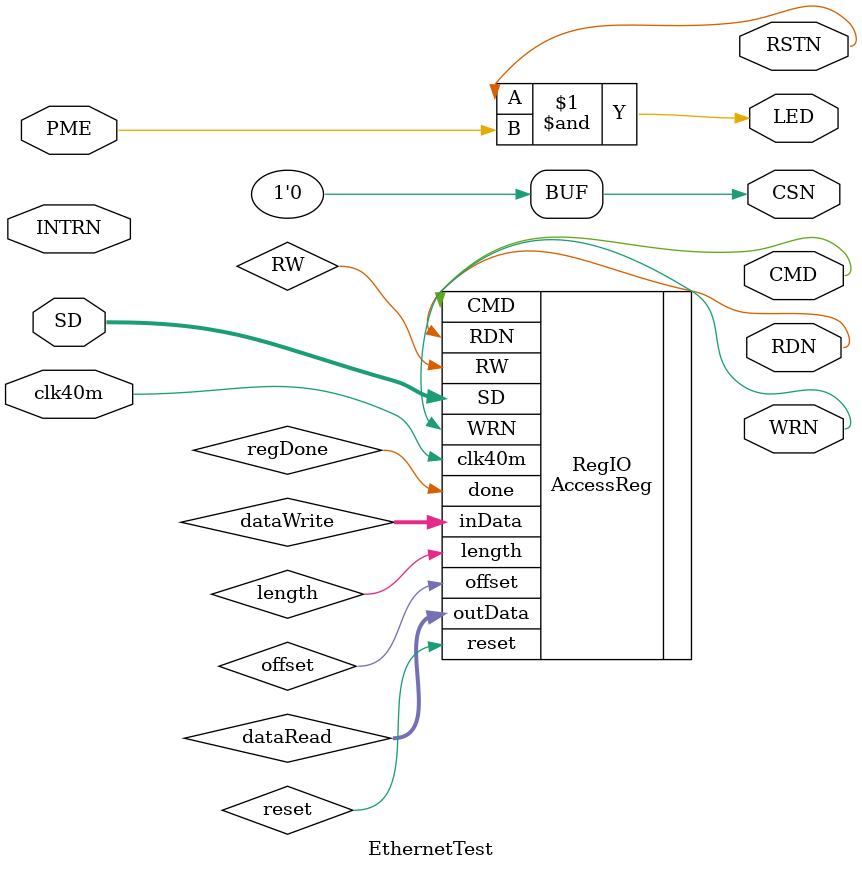
<source format=v>
`timescale 1ns / 1ps
module EthernetTest(
	input wire clk40m,
	output wire CSN,
	output wire RSTN,
	input wire PME,
	output wire CMD,
	input wire INTRN,
	output wire RDN,
	output wire WRN,
	inout [15:0] SD,
	output wire LED	
    );
	
	wire reset;
	wire length;//Indicate manipulating 16-bit register(1) or 8-bit(0) 
	wire RW;//Reg read(0) or write(1)
	assign LED = RSTN & PME;//idle
	assign CSN = 0;
	wire[15:0] dataRead;
	reg[15:0] dataWrite;
	
	
	AccessReg RegIO(
		.clk40m(clk40m),
		.reset(reset),
		.CMD(CMD),
		.RDN(RDN),
		.WRN(WRN),
		.RW(RW),
		.offset(offset),
		.length(length),
		.SD(SD),
		.inData(dataWrite),
		.outData(dataRead),
		.done(regDone)
	);

	
endmodule

</source>
